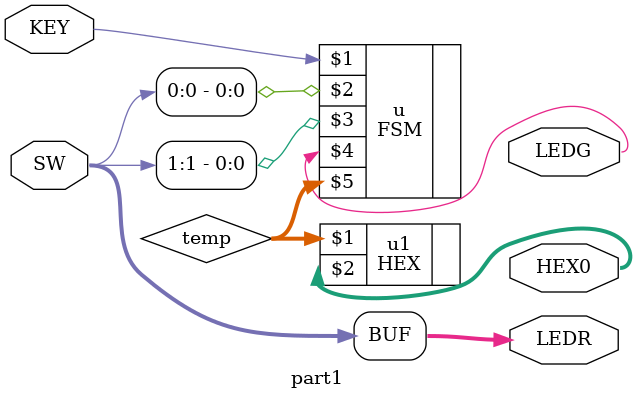
<source format=sv>
module part1(SW,KEY,LEDG, LEDR, HEX0);
	inout [1:0]SW; //reset and w input
	inout [0:0] KEY; // clk
	output [0:0] LEDG; //output
	output [1:0] LEDR; //output
	output [6:0] HEX0;
	logic [3:0] temp;
	assign LEDR = SW;
	FSM u( KEY[0], SW[0], SW[1], LEDG[0], temp);
	HEX u1(temp, HEX0);
endmodule 
</source>
